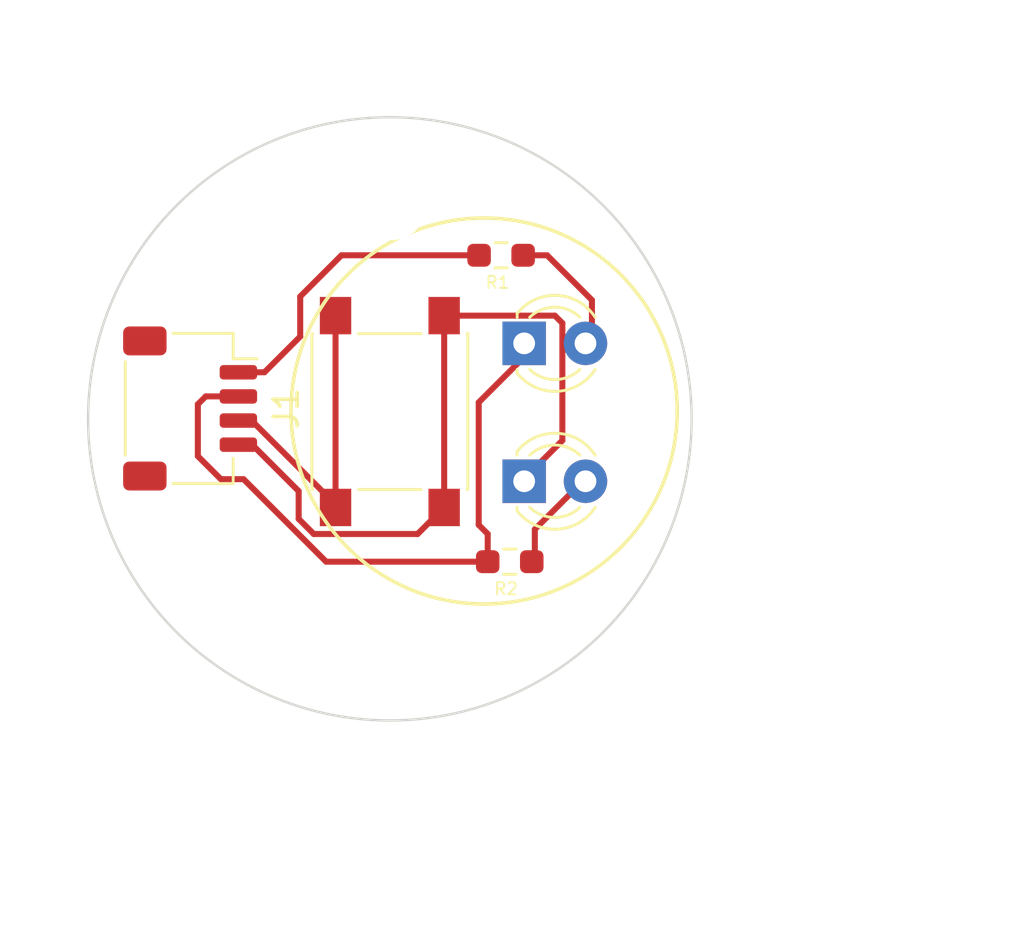
<source format=kicad_pcb>
(kicad_pcb (version 20240108) (generator "pcbnew") (generator_version "8.0")
  (layers (0 "F.Cu" signal) (31 "B.Cu" signal) (34 "B.Paste" user) (35 "F.Paste" user) (36 "B.SilkS" user "B.Silkscreen") (37 "F.SilkS" user "F.Silkscreen") (38 "B.Mask" user) (39 "F.Mask" user) (44 "Edge.Cuts" user))
  (net 0 "")
  (net 1 "Net-(D1-K)")
  (net 2 "Net-(D1-A)")
  (net 3 "GND")
  (net 4 "Net-(D2-A)")
  (net 5 "+5V")
  (net 6 "Net-(J1-Pin_3)")
  (footprint "custom_kicad_lib_sk:tactile_SMD_6mm" (layer "F.Cu") (at 40.5 60.698 -90)
    (property "Reference" "SW1" (hide yes))
    (property "Value" "6mm_tactile")
    (fp_line (start -3.23 3.23) (end 3.23 3.23) (stroke (width 0.12)) (layer "F.SilkS"))
    (fp_line (start -3.23 3.23) (end -3.23 3.2) (stroke (width 0.12)) (layer "F.SilkS"))
    (fp_line (start 3.23 3.23) (end 3.23 3.2) (stroke (width 0.12)) (layer "F.SilkS"))
    (fp_line (start -3.23 -1.3) (end -3.23 1.3) (stroke (width 0.12)) (layer "F.SilkS"))
    (fp_line (start 3.23 -1.3) (end 3.23 1.3) (stroke (width 0.12)) (layer "F.SilkS"))
    (fp_line (start -3.23 -3.2) (end -3.23 -3.23) (stroke (width 0.12)) (layer "F.SilkS"))
    (fp_line (start -3.23 -3.23) (end 3.23 -3.23) (stroke (width 0.12)) (layer "F.SilkS"))
    (fp_line (start 3.23 -3.23) (end 3.23 -3.2) (stroke (width 0.12)) (layer "F.SilkS"))
    (pad "1" smd rect (at -3.975 -2.25 270) (size 1.55 1.3) (layers "F.Cu" "F.Paste" "F.Mask") (net 3 "GND"))
    (pad "1" smd rect (at 3.975 -2.25 270) (size 1.55 1.3) (layers "F.Cu" "F.Paste" "F.Mask") (net 3 "GND"))
    (pad "2" smd rect (at -3.975 2.25 270) (size 1.55 1.3) (layers "F.Cu" "F.Paste" "F.Mask") (net 6 "Net-(J1-Pin_3)"))
    (pad "2" smd rect (at 3.975 2.25 270) (size 1.55 1.3) (layers "F.Cu" "F.Paste" "F.Mask") (net 6 "Net-(J1-Pin_3)"))
  )
  (footprint "Connector_JST:JST_SH_SM04B-SRSS-TB_1x04-1MP_P1.00mm_Horizontal" (layer "F.Cu") (at 32.226 60.571 -90)
    (property "Reference" "J1" (at 0 -3.98 90) (layer "F.SilkS"))
    (property "Value" "Conn_01x04")
    (fp_line (start -1.94 2.685) (end 1.94 2.685) (stroke (width 0.12)) (layer "F.SilkS"))
    (fp_line (start -3.11 0.715) (end -3.11 -1.785) (stroke (width 0.12)) (layer "F.SilkS"))
    (fp_line (start 3.11 0.715) (end 3.11 -1.785) (stroke (width 0.12)) (layer "F.SilkS"))
    (fp_line (start -3.11 -1.785) (end -2.06 -1.785) (stroke (width 0.12)) (layer "F.SilkS"))
    (fp_line (start -2.06 -1.785) (end -2.06 -2.775) (stroke (width 0.12)) (layer "F.SilkS"))
    (fp_line (start 3.11 -1.785) (end 2.06 -1.785) (stroke (width 0.12)) (layer "F.SilkS"))
    (pad "1" smd roundrect (at -1.5 -2 270) (size 0.6 1.55) (layers "F.Cu" "F.Paste" "F.Mask") (net 5 "+5V"))
    (pad "2" smd roundrect (at -0.5 -2 270) (size 0.6 1.55) (layers "F.Cu" "F.Paste" "F.Mask") (net 1 "Net-(D1-K)"))
    (pad "3" smd roundrect (at 0.5 -2 270) (size 0.6 1.55) (layers "F.Cu" "F.Paste" "F.Mask") (net 6 "Net-(J1-Pin_3)"))
    (pad "4" smd roundrect (at 1.5 -2 270) (size 0.6 1.55) (layers "F.Cu" "F.Paste" "F.Mask") (net 3 "GND"))
    (pad "MP" smd roundrect (at -2.8 1.875 270) (size 1.2 1.8) (layers "F.Cu" "F.Paste" "F.Mask") (roundrect_rratio 0.208333))
    (pad "MP" smd roundrect (at 2.8 1.875 270) (size 1.2 1.8) (layers "F.Cu" "F.Paste" "F.Mask") (roundrect_rratio 0.208333))
  )
  (footprint "custom_kicad_lib_sk:R_0603_smalltext" (layer "F.Cu") (at 45.4665 66.921 180)
    (property "Reference" "R2" (at 0.15 -1.125 0) (layer "F.SilkS") (effects (font (size 0.5 0.5) (thickness 0.075))))
    (property "Value" "6k8")
    (fp_line (start 0.254724 0.5225) (end -0.254724 0.5225) (stroke (width 0.12)) (layer "F.SilkS"))
    (fp_line (start 0.254724 -0.5225) (end -0.254724 -0.5225) (stroke (width 0.12)) (layer "F.SilkS"))
    (pad "1" smd roundrect (at -0.9125 0 180) (size 0.975 0.95) (layers "F.Cu" "F.Paste" "F.Mask") (net 4 "Net-(D2-A)"))
    (pad "2" smd roundrect (at 0.9125 0 180) (size 0.975 0.95) (layers "F.Cu" "F.Paste" "F.Mask") (net 1 "Net-(D1-K)"))
  )
  (footprint "custom_kicad_lib_sk:LED_D3.0mm" (layer "F.Cu") (at 46.064 57.872)
    (property "Reference" "D1" (hide yes))
    (property "Value" "LED")
    (fp_line (start -0.29 -1.236) (end -0.29 -1.08) (stroke (width 0.12)) (layer "F.SilkS"))
    (fp_line (start -0.29 1.08) (end -0.29 1.236) (stroke (width 0.12)) (layer "F.SilkS"))
    (fp_arc (start -0.29 -1.235516) (mid 1.366487 -1.987659) (end 2.942335 -1.078608) (stroke (width 0.12)) (layer "F.SilkS"))
    (fp_arc (start 0.229039 -1.08) (mid 1.270117 -1.5) (end 2.31113 -1.079837) (stroke (width 0.12)) (layer "F.SilkS"))
    (fp_arc (start 2.31113 1.079837) (mid 1.270117 1.5) (end 0.229039 1.08) (stroke (width 0.12)) (layer "F.SilkS"))
    (fp_arc (start 2.942335 1.078608) (mid 1.366487 1.987659) (end -0.29 1.235516) (stroke (width 0.12)) (layer "F.SilkS"))
    (pad "1" thru_hole rect (at 0 0) (size 1.8 1.8) (drill 0.9) (layers "*.Cu" "*.Mask") (net 1 "Net-(D1-K)"))
    (pad "2" thru_hole circle (at 2.54 0) (size 1.8 1.8) (drill 0.9) (layers "*.Cu" "*.Mask") (net 2 "Net-(D1-A)"))
  )
  (footprint "MountingHole:MountingHole_3.2mm_M3" (layer "F.Cu") (at 40.5 52)
    (property "Reference" "REF**" (hide yes))
    (property "Value" "MountingHole_3.2mm_M3")
    (pad "" np_thru_hole circle (at 0 0) (size 3.2 3.2) (drill 3.2) (layers "F&B.Cu" "*.Mask"))
  )
  (footprint "custom_kicad_lib_sk:R_0603_smalltext" (layer "F.Cu") (at 45.109 54.221 180)
    (property "Reference" "R1" (at 0.15 -1.125 0) (layer "F.SilkS") (effects (font (size 0.5 0.5) (thickness 0.075))))
    (property "Value" "6k8")
    (fp_line (start 0.254724 0.5225) (end -0.254724 0.5225) (stroke (width 0.12)) (layer "F.SilkS"))
    (fp_line (start 0.254724 -0.5225) (end -0.254724 -0.5225) (stroke (width 0.12)) (layer "F.SilkS"))
    (pad "1" smd roundrect (at -0.9125 0 180) (size 0.975 0.95) (layers "F.Cu" "F.Paste" "F.Mask") (net 2 "Net-(D1-A)"))
    (pad "2" smd roundrect (at 0.9125 0 180) (size 0.975 0.95) (layers "F.Cu" "F.Paste" "F.Mask") (net 5 "+5V"))
  )
  (footprint "custom_kicad_lib_sk:LED_D3.0mm" (layer "F.Cu") (at 46.064 63.587)
    (property "Reference" "D2" (hide yes))
    (property "Value" "LED")
    (fp_line (start -0.29 -1.236) (end -0.29 -1.08) (stroke (width 0.12)) (layer "F.SilkS"))
    (fp_line (start -0.29 1.08) (end -0.29 1.236) (stroke (width 0.12)) (layer "F.SilkS"))
    (fp_arc (start -0.29 -1.235516) (mid 1.366487 -1.987659) (end 2.942335 -1.078608) (stroke (width 0.12)) (layer "F.SilkS"))
    (fp_arc (start 0.229039 -1.08) (mid 1.270117 -1.5) (end 2.31113 -1.079837) (stroke (width 0.12)) (layer "F.SilkS"))
    (fp_arc (start 2.31113 1.079837) (mid 1.270117 1.5) (end 0.229039 1.08) (stroke (width 0.12)) (layer "F.SilkS"))
    (fp_arc (start 2.942335 1.078608) (mid 1.366487 1.987659) (end -0.29 1.235516) (stroke (width 0.12)) (layer "F.SilkS"))
    (pad "1" thru_hole rect (at 0 0) (size 1.8 1.8) (drill 0.9) (layers "*.Cu" "*.Mask") (net 3 "GND"))
    (pad "2" thru_hole circle (at 2.54 0) (size 1.8 1.8) (drill 0.9) (layers "*.Cu" "*.Mask") (net 4 "Net-(D2-A)"))
  )
  (footprint "MountingHole:MountingHole_3.2mm_M3" (layer "F.Cu") (at 40.5 70)
    (property "Reference" "REF**" (hide yes))
    (property "Value" "MountingHole_3.2mm_M3")
    (pad "" np_thru_hole circle (at 0 0) (size 3.2 3.2) (drill 3.2) (layers "F&B.Cu" "*.Mask"))
  )
  (gr_circle (center 44.405 60.676) (end 52.405 60.676) (stroke (width 0.15)) (fill none) (layer "F.SilkS"))
  (gr_arc (start 40.5 73.5) (mid 28 61) (end 40.5 48.5) (stroke (width 0.1)) (layer "Edge.Cuts"))
  (gr_arc (start 40.5 48.5) (mid 53 61) (end 40.5 73.5) (stroke (width 0.1)) (layer "Edge.Cuts"))
  (segment (start 44.554 65.769) (end 44.182 65.397) (width 0.25) (layer "F.Cu") (net 1))
  (segment (start 33.5 63.5) (end 32.547 62.547) (width 0.25) (layer "F.Cu") (net 1))
  (segment (start 32.547 62.547) (end 32.547 60.396001) (width 0.25) (layer "F.Cu") (net 1))
  (segment (start 37.860604 66.921) (end 34.439604 63.5) (width 0.25) (layer "F.Cu") (net 1))
  (segment (start 34.439604 63.5) (end 33.5 63.5) (width 0.25) (layer "F.Cu") (net 1))
  (segment (start 44.182 60.317484) (end 46.331249 58.168235) (width 0.25) (layer "F.Cu") (net 1))
  (segment (start 32.547 60.396001) (end 32.872001 60.071) (width 0.25) (layer "F.Cu") (net 1))
  (segment (start 44.554 66.921) (end 37.860604 66.921) (width 0.25) (layer "F.Cu") (net 1))
  (segment (start 44.182 65.397) (end 44.182 60.317484) (width 0.25) (layer "F.Cu") (net 1))
  (segment (start 32.872001 60.071) (end 33.647 60.071) (width 0.25) (layer "F.Cu") (net 1))
  (segment (start 44.554 66.921) (end 44.554 65.769) (width 0.25) (layer "F.Cu") (net 1))
  (segment (start 47.014 54.221) (end 48.871249 56.078249) (width 0.25) (layer "F.Cu") (net 2))
  (segment (start 48.871249 56.078249) (end 48.871249 58.168235) (width 0.25) (layer "F.Cu") (net 2))
  (segment (start 46.0215 54.221) (end 47.014 54.221) (width 0.25) (layer "F.Cu") (net 2))
  (segment (start 33.647 62.071) (end 34.798 62.071) (width 0.25) (layer "F.Cu") (net 3))
  (segment (start 36.723 65.147) (end 37.349 65.773) (width 0.25) (layer "F.Cu") (net 3))
  (segment (start 47.646249 61.897757) (end 47.646249 57.033235) (width 0.25) (layer "F.Cu") (net 3))
  (segment (start 34.798 62.071) (end 36.723 63.996) (width 0.25) (layer "F.Cu") (net 3))
  (segment (start 36.723 63.996) (end 36.723 65.147) (width 0.25) (layer "F.Cu") (net 3))
  (segment (start 37.349 65.773) (end 41.65 65.773) (width 0.25) (layer "F.Cu") (net 3))
  (segment (start 42.75 56.723) (end 42.75 64.673) (width 0.25) (layer "F.Cu") (net 3))
  (segment (start 47.646249 57.033235) (end 47.336014 56.723) (width 0.25) (layer "F.Cu") (net 3))
  (segment (start 46.309874 63.234132) (end 47.646249 61.897757) (width 0.25) (layer "F.Cu") (net 3))
  (segment (start 41.65 65.773) (end 42.75 64.673) (width 0.25) (layer "F.Cu") (net 3))
  (segment (start 47.336014 56.723) (end 42.75 56.723) (width 0.25) (layer "F.Cu") (net 3))
  (segment (start 46.379 66.921) (end 46.506 66.794) (width 0.25) (layer "F.Cu") (net 4))
  (segment (start 46.506 65.578006) (end 48.849874 63.234132) (width 0.25) (layer "F.Cu") (net 4))
  (segment (start 46.506 66.794) (end 46.506 65.578006) (width 0.25) (layer "F.Cu") (net 4))
  (segment (start 38.497 54.221) (end 44.1965 54.221) (width 0.25) (layer "F.Cu") (net 5))
  (segment (start 33.647 59.071) (end 35.306 59.071) (width 0.25) (layer "F.Cu") (net 5))
  (segment (start 35.306 59.071) (end 36.7865 57.5905) (width 0.25) (layer "F.Cu") (net 5))
  (segment (start 36.7865 57.5905) (end 36.7865 55.9315) (width 0.25) (layer "F.Cu") (net 5))
  (segment (start 36.7865 55.9315) (end 38.497 54.221) (width 0.25) (layer "F.Cu") (net 5))
  (segment (start 38.25 64.673) (end 38.25 56.723) (width 0.25) (layer "F.Cu") (net 6))
  (segment (start 38.25 64.673) (end 38.25 64.548) (width 0.25) (layer "F.Cu") (net 6))
  (segment (start 38.25 64.548) (end 34.773 61.071) (width 0.25) (layer "F.Cu") (net 6))
  (segment (start 34.773 61.071) (end 33.647 61.071) (width 0.25) (layer "F.Cu") (net 6))
)
</source>
